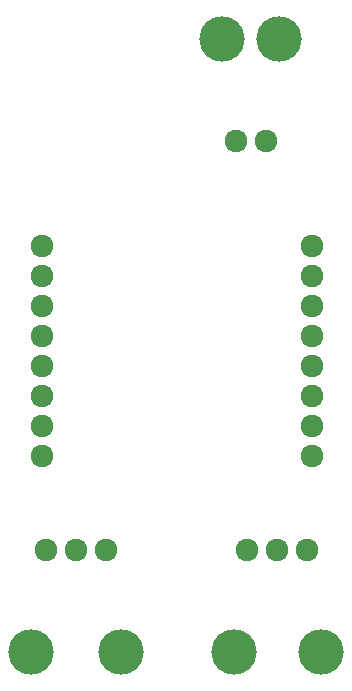
<source format=gbr>
G04 #@! TF.FileFunction,Soldermask,Bot*
%FSLAX46Y46*%
G04 Gerber Fmt 4.6, Leading zero omitted, Abs format (unit mm)*
G04 Created by KiCad (PCBNEW 4.0.7) date 04/29/18 15:59:50*
%MOMM*%
%LPD*%
G01*
G04 APERTURE LIST*
%ADD10C,0.100000*%
%ADD11C,3.850000*%
%ADD12C,1.924000*%
G04 APERTURE END LIST*
D10*
D11*
X188085000Y-85213000D03*
D12*
X189230000Y-93853000D03*
X191770000Y-93853000D03*
D11*
X192913000Y-85217000D03*
X196407500Y-137100500D03*
D12*
X195262500Y-128460500D03*
X192722500Y-128460500D03*
X190182500Y-128460500D03*
D11*
X189037500Y-137100500D03*
D12*
X172847000Y-102743000D03*
X172847000Y-105283000D03*
X172847000Y-107823000D03*
X172847000Y-110363000D03*
X172847000Y-112903000D03*
X172847000Y-115443000D03*
X172847000Y-117983000D03*
X172847000Y-120523000D03*
X195707000Y-102743000D03*
X195707000Y-105283000D03*
X195707000Y-107823000D03*
X195707000Y-110363000D03*
X195707000Y-112903000D03*
X195707000Y-115443000D03*
X195707000Y-117983000D03*
X195707000Y-120523000D03*
X178244500Y-128460500D03*
X175704500Y-128460500D03*
X173164500Y-128460500D03*
D11*
X179514500Y-137096500D03*
X171894500Y-137096500D03*
M02*

</source>
